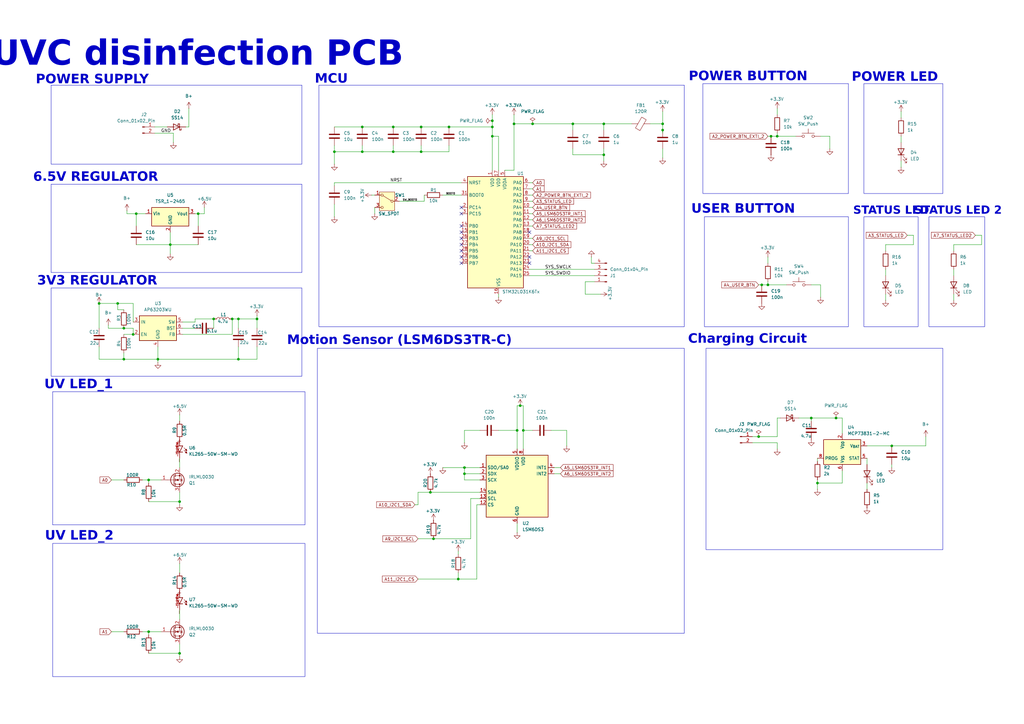
<source format=kicad_sch>
(kicad_sch (version 20231120) (generator "eeschema") (generator_version "8.0")
  (paper "A3")
  (title_block (title "UVC disinfection PCB") (date "2025-02-17") (rev "0.1") (company "XO"))
  (junction (at 87.63 130.81))
  (junction (at 316.23 55.88))
  (junction (at 73.66 267.97))
  (junction (at 311.15 179.07))
  (junction (at 271.78 53.34))
  (junction (at 210.82 50.8))
  (junction (at 342.9 171.45))
  (junction (at 314.96 116.84))
  (junction (at 335.28 198.12))
  (junction (at 40.64 124.46))
  (junction (at 190.5 191.77))
  (junction (at 54.61 137.16))
  (junction (at 176.53 201.93))
  (junction (at 184.15 52.07))
  (junction (at 97.79 130.81))
  (junction (at 64.77 147.32))
  (junction (at 172.72 62.23))
  (junction (at 50.8 134.62))
  (junction (at 190.5 194.31))
  (junction (at 214.63 176.53))
  (junction (at 161.29 52.07))
  (junction (at 332.74 171.45))
  (junction (at 201.93 55.88))
  (junction (at 137.16 62.23))
  (junction (at 73.66 205.74))
  (junction (at 81.28 87.63))
  (junction (at 148.59 62.23))
  (junction (at 97.79 147.32))
  (junction (at 172.72 52.07))
  (junction (at 247.65 63.5))
  (junction (at 201.93 52.07))
  (junction (at 50.8 147.32))
  (junction (at 48.26 124.46))
  (junction (at 105.41 130.81))
  (junction (at 365.76 182.88))
  (junction (at 201.93 49.53))
  (junction (at 177.8 220.98))
  (junction (at 187.96 237.49))
  (junction (at 212.09 176.53))
  (junction (at 69.85 100.33))
  (junction (at 161.29 62.23))
  (junction (at 60.96 259.08))
  (junction (at 60.96 196.85))
  (junction (at 95.25 130.81))
  (junction (at 148.59 52.07))
  (junction (at 234.95 50.8))
  (junction (at 318.77 55.88))
  (junction (at 247.65 50.8))
  (junction (at 271.78 50.8))
  (junction (at 55.88 87.63))
  (junction (at 312.42 116.84))
  (junction (at 213.36 166.37))
  (junction (at 218.44 50.8))
  (no_connect (at 189.23 100.33))
  (no_connect (at 217.17 105.41))
  (no_connect (at 189.23 87.63))
  (no_connect (at 189.23 105.41))
  (no_connect (at 189.23 92.71))
  (no_connect (at 217.17 107.95))
  (no_connect (at 189.23 95.25))
  (no_connect (at 189.23 85.09))
  (no_connect (at 189.23 107.95))
  (no_connect (at 217.17 95.25))
  (no_connect (at 189.23 97.79))
  (no_connect (at 189.23 102.87))
  (wire (pts (xy 212.09 184.15) (xy 212.09 176.53)))
  (wire (pts (xy 214.63 166.37) (xy 214.63 176.53)))
  (wire (pts (xy 105.41 130.81) (xy 105.41 129.54)))
  (wire (pts (xy 187.96 226.06) (xy 187.96 227.33)))
  (wire (pts (xy 193.04 204.47) (xy 193.04 220.98)))
  (wire (pts (xy 271.78 53.34) (xy 271.78 50.8)))
  (wire (pts (xy 73.66 267.97) (xy 73.66 269.24)))
  (wire (pts (xy 391.16 110.49) (xy 391.16 113.03)))
  (wire (pts (xy 195.58 207.01) (xy 196.85 207.01)))
  (wire (pts (xy 311.15 116.84) (xy 312.42 116.84)))
  (wire (pts (xy 217.17 100.33) (xy 218.44 100.33)))
  (wire (pts (xy 44.45 133.35) (xy 44.45 134.62)))
  (wire (pts (xy 48.26 124.46) (xy 48.26 127)))
  (wire (pts (xy 210.82 69.85) (xy 210.82 50.8)))
  (wire (pts (xy 171.45 207.01) (xy 171.45 201.93)))
  (wire (pts (xy 69.85 100.33) (xy 81.28 100.33)))
  (wire (pts (xy 69.85 95.25) (xy 69.85 100.33)))
  (wire (pts (xy 80.01 130.81) (xy 87.63 130.81)))
  (wire (pts (xy 52.07 87.63) (xy 52.07 86.36)))
  (wire (pts (xy 148.59 52.07) (xy 161.29 52.07)))
  (wire (pts (xy 50.8 137.16) (xy 54.61 137.16)))
  (wire (pts (xy 64.77 147.32) (xy 97.79 147.32)))
  (wire (pts (xy 391.16 100.33) (xy 402.59 100.33)))
  (wire (pts (xy 187.96 237.49) (xy 195.58 237.49)))
  (wire (pts (xy 59.69 87.63) (xy 55.88 87.63)))
  (wire (pts (xy 44.45 134.62) (xy 50.8 134.62)))
  (wire (pts (xy 73.66 170.18) (xy 73.66 172.72)))
  (wire (pts (xy 137.16 62.23) (xy 137.16 67.31)))
  (wire (pts (xy 95.25 130.81) (xy 97.79 130.81)))
  (wire (pts (xy 332.74 116.84) (xy 336.55 116.84)))
  (wire (pts (xy 314.96 116.84) (xy 322.58 116.84)))
  (wire (pts (xy 81.28 87.63) (xy 81.28 92.71)))
  (wire (pts (xy 64.77 142.24) (xy 64.77 147.32)))
  (wire (pts (xy 193.04 220.98) (xy 177.8 220.98)))
  (wire (pts (xy 137.16 59.69) (xy 137.16 62.23)))
  (wire (pts (xy 163.83 82.55) (xy 173.99 82.55)))
  (wire (pts (xy 181.61 80.01) (xy 189.23 80.01)))
  (wire (pts (xy 50.8 144.78) (xy 50.8 147.32)))
  (wire (pts (xy 161.29 59.69) (xy 161.29 62.23)))
  (wire (pts (xy 63.5 54.61) (xy 71.12 54.61)))
  (wire (pts (xy 363.22 100.33) (xy 363.22 102.87)))
  (wire (pts (xy 217.17 110.49) (xy 243.84 110.49)))
  (wire (pts (xy 207.01 69.85) (xy 210.82 69.85)))
  (wire (pts (xy 374.65 96.52) (xy 374.65 100.33)))
  (wire (pts (xy 172.72 62.23) (xy 161.29 62.23)))
  (wire (pts (xy 60.96 260.35) (xy 60.96 259.08)))
  (wire (pts (xy 40.64 142.24) (xy 40.64 147.32)))
  (wire (pts (xy 171.45 220.98) (xy 177.8 220.98)))
  (wire (pts (xy 369.57 45.72) (xy 369.57 48.26)))
  (wire (pts (xy 83.82 85.09) (xy 83.82 87.63)))
  (wire (pts (xy 308.61 179.07) (xy 311.15 179.07)))
  (wire (pts (xy 181.61 191.77) (xy 190.5 191.77)))
  (wire (pts (xy 212.09 176.53) (xy 204.47 176.53)))
  (wire (pts (xy 74.93 132.08) (xy 80.01 132.08)))
  (wire (pts (xy 40.64 124.46) (xy 40.64 134.62)))
  (wire (pts (xy 213.36 166.37) (xy 212.09 166.37)))
  (wire (pts (xy 87.63 130.81) (xy 87.63 134.62)))
  (wire (pts (xy 246.38 120.65) (xy 240.03 120.65)))
  (wire (pts (xy 243.84 107.95) (xy 242.57 107.95)))
  (wire (pts (xy 40.64 124.46) (xy 48.26 124.46)))
  (wire (pts (xy 379.73 179.07) (xy 379.73 182.88)))
  (wire (pts (xy 355.6 182.88) (xy 365.76 182.88)))
  (wire (pts (xy 308.61 181.61) (xy 318.77 181.61)))
  (wire (pts (xy 48.26 124.46) (xy 54.61 124.46)))
  (wire (pts (xy 153.67 85.09) (xy 153.67 87.63)))
  (wire (pts (xy 201.93 49.53) (xy 201.93 52.07)))
  (wire (pts (xy 271.78 60.96) (xy 271.78 64.77)))
  (wire (pts (xy 217.17 87.63) (xy 218.44 87.63)))
  (wire (pts (xy 218.44 50.8) (xy 234.95 50.8)))
  (wire (pts (xy 196.85 196.85) (xy 190.5 196.85)))
  (wire (pts (xy 73.66 250.19) (xy 73.66 254)))
  (wire (pts (xy 190.5 191.77) (xy 196.85 191.77)))
  (wire (pts (xy 271.78 50.8) (xy 266.7 50.8)))
  (wire (pts (xy 379.73 182.88) (xy 365.76 182.88)))
  (wire (pts (xy 363.22 120.65) (xy 363.22 123.19)))
  (wire (pts (xy 234.95 63.5) (xy 247.65 63.5)))
  (wire (pts (xy 355.6 198.12) (xy 355.6 200.66)))
  (wire (pts (xy 391.16 100.33) (xy 391.16 102.87)))
  (wire (pts (xy 340.36 55.88) (xy 340.36 60.96)))
  (wire (pts (xy 60.96 196.85) (xy 66.04 196.85)))
  (wire (pts (xy 71.12 54.61) (xy 71.12 58.42)))
  (wire (pts (xy 402.59 96.52) (xy 402.59 100.33)))
  (wire (pts (xy 171.45 201.93) (xy 176.53 201.93)))
  (wire (pts (xy 54.61 124.46) (xy 54.61 132.08)))
  (wire (pts (xy 195.58 237.49) (xy 195.58 207.01)))
  (wire (pts (xy 332.74 171.45) (xy 342.9 171.45)))
  (wire (pts (xy 217.17 102.87) (xy 218.44 102.87)))
  (wire (pts (xy 314.96 115.57) (xy 314.96 116.84)))
  (wire (pts (xy 190.5 196.85) (xy 190.5 194.31)))
  (wire (pts (xy 335.28 189.23) (xy 335.28 187.96)))
  (wire (pts (xy 73.66 201.93) (xy 73.66 205.74)))
  (wire (pts (xy 45.72 259.08) (xy 50.8 259.08)))
  (wire (pts (xy 74.93 137.16) (xy 95.25 137.16)))
  (wire (pts (xy 73.66 187.96) (xy 73.66 191.77)))
  (wire (pts (xy 201.93 46.99) (xy 201.93 49.53)))
  (wire (pts (xy 153.67 80.01) (xy 152.4 80.01)))
  (wire (pts (xy 234.95 60.96) (xy 234.95 63.5)))
  (wire (pts (xy 148.59 62.23) (xy 137.16 62.23)))
  (wire (pts (xy 355.6 187.96) (xy 355.6 190.5)))
  (wire (pts (xy 218.44 80.01) (xy 217.17 80.01)))
  (wire (pts (xy 318.77 44.45) (xy 318.77 46.99)))
  (wire (pts (xy 176.53 201.93) (xy 196.85 201.93)))
  (wire (pts (xy 105.41 142.24) (xy 105.41 147.32)))
  (wire (pts (xy 54.61 137.16) (xy 54.61 134.62)))
  (wire (pts (xy 95.25 137.16) (xy 95.25 130.81)))
  (wire (pts (xy 332.74 171.45) (xy 332.74 172.72)))
  (wire (pts (xy 201.93 55.88) (xy 201.93 69.85)))
  (wire (pts (xy 172.72 59.69) (xy 172.72 62.23)))
  (wire (pts (xy 196.85 176.53) (xy 190.5 176.53)))
  (wire (pts (xy 218.44 85.09) (xy 217.17 85.09)))
  (wire (pts (xy 63.5 52.07) (xy 68.58 52.07)))
  (wire (pts (xy 148.59 59.69) (xy 148.59 62.23)))
  (wire (pts (xy 217.17 113.03) (xy 243.84 113.03)))
  (wire (pts (xy 73.66 264.16) (xy 73.66 267.97)))
  (wire (pts (xy 218.44 74.93) (xy 217.17 74.93)))
  (wire (pts (xy 137.16 52.07) (xy 148.59 52.07)))
  (wire (pts (xy 172.72 52.07) (xy 184.15 52.07)))
  (wire (pts (xy 314.96 105.41) (xy 314.96 107.95)))
  (wire (pts (xy 342.9 171.45) (xy 345.44 171.45)))
  (wire (pts (xy 336.55 116.84) (xy 336.55 121.92)))
  (wire (pts (xy 73.66 205.74) (xy 73.66 207.01)))
  (wire (pts (xy 240.03 115.57) (xy 243.84 115.57)))
  (wire (pts (xy 210.82 50.8) (xy 218.44 50.8)))
  (wire (pts (xy 190.5 176.53) (xy 190.5 181.61)))
  (wire (pts (xy 81.28 87.63) (xy 80.01 87.63)))
  (wire (pts (xy 345.44 171.45) (xy 345.44 177.8)))
  (wire (pts (xy 60.96 267.97) (xy 73.66 267.97)))
  (wire (pts (xy 204.47 120.65) (xy 204.47 121.92)))
  (wire (pts (xy 240.03 120.65) (xy 240.03 115.57)))
  (wire (pts (xy 105.41 147.32) (xy 97.79 147.32)))
  (wire (pts (xy 50.8 127) (xy 48.26 127)))
  (wire (pts (xy 204.47 69.85) (xy 204.47 55.88)))
  (wire (pts (xy 345.44 198.12) (xy 345.44 193.04)))
  (wire (pts (xy 374.65 96.52) (xy 372.11 96.52)))
  (wire (pts (xy 97.79 142.24) (xy 97.79 147.32)))
  (wire (pts (xy 173.99 82.55) (xy 173.99 80.01)))
  (wire (pts (xy 201.93 52.07) (xy 201.93 55.88)))
  (wire (pts (xy 184.15 52.07) (xy 201.93 52.07)))
  (wire (pts (xy 184.15 59.69) (xy 184.15 62.23)))
  (wire (pts (xy 73.66 234.95) (xy 73.66 231.14)))
  (wire (pts (xy 97.79 130.81) (xy 105.41 130.81)))
  (wire (pts (xy 335.28 198.12) (xy 335.28 196.85)))
  (wire (pts (xy 363.22 100.33) (xy 374.65 100.33)))
  (wire (pts (xy 74.93 134.62) (xy 80.01 134.62)))
  (wire (pts (xy 184.15 62.23) (xy 172.72 62.23)))
  (wire (pts (xy 227.33 191.77) (xy 229.87 191.77)))
  (wire (pts (xy 316.23 55.88) (xy 318.77 55.88)))
  (wire (pts (xy 137.16 83.82) (xy 137.16 88.9)))
  (wire (pts (xy 55.88 87.63) (xy 52.07 87.63)))
  (wire (pts (xy 318.77 55.88) (xy 326.39 55.88)))
  (wire (pts (xy 227.33 194.31) (xy 229.87 194.31)))
  (wire (pts (xy 161.29 62.23) (xy 148.59 62.23)))
  (wire (pts (xy 64.77 147.32) (xy 64.77 148.59)))
  (wire (pts (xy 55.88 100.33) (xy 69.85 100.33)))
  (wire (pts (xy 212.09 166.37) (xy 212.09 176.53)))
  (wire (pts (xy 365.76 190.5) (xy 365.76 191.77)))
  (wire (pts (xy 210.82 50.8) (xy 210.82 46.99)))
  (wire (pts (xy 60.96 205.74) (xy 73.66 205.74)))
  (wire (pts (xy 318.77 54.61) (xy 318.77 55.88)))
  (wire (pts (xy 45.72 196.85) (xy 50.8 196.85)))
  (wire (pts (xy 369.57 66.04) (xy 369.57 68.58)))
  (wire (pts (xy 187.96 234.95) (xy 187.96 237.49)))
  (wire (pts (xy 242.57 107.95) (xy 242.57 105.41)))
  (wire (pts (xy 217.17 92.71) (xy 218.44 92.71)))
  (wire (pts (xy 77.47 44.45) (xy 77.47 52.07)))
  (wire (pts (xy 97.79 130.81) (xy 97.79 134.62)))
  (wire (pts (xy 204.47 55.88) (xy 201.93 55.88)))
  (wire (pts (xy 363.22 110.49) (xy 363.22 113.03)))
  (wire (pts (xy 402.59 96.52) (xy 400.05 96.52)))
  (wire (pts (xy 234.95 53.34) (xy 234.95 50.8)))
  (wire (pts (xy 214.63 176.53) (xy 218.44 176.53)))
  (wire (pts (xy 247.65 53.34) (xy 247.65 50.8)))
  (wire (pts (xy 40.64 147.32) (xy 50.8 147.32)))
  (wire (pts (xy 234.95 50.8) (xy 247.65 50.8)))
  (wire (pts (xy 214.63 176.53) (xy 214.63 184.15)))
  (wire (pts (xy 217.17 90.17) (xy 218.44 90.17)))
  (wire (pts (xy 232.41 176.53) (xy 232.41 182.88)))
  (wire (pts (xy 196.85 194.31) (xy 190.5 194.31)))
  (wire (pts (xy 312.42 116.84) (xy 314.96 116.84)))
  (wire (pts (xy 190.5 194.31) (xy 190.5 191.77)))
  (wire (pts (xy 271.78 54.61) (xy 271.78 53.34)))
  (wire (pts (xy 171.45 237.49) (xy 187.96 237.49)))
  (wire (pts (xy 345.44 198.12) (xy 335.28 198.12)))
  (wire (pts (xy 137.16 74.93) (xy 137.16 76.2)))
  (wire (pts (xy 218.44 77.47) (xy 217.17 77.47)))
  (wire (pts (xy 58.42 196.85) (xy 60.96 196.85)))
  (wire (pts (xy 318.77 171.45) (xy 320.04 171.45)))
  (wire (pts (xy 55.88 87.63) (xy 55.88 92.71)))
  (wire (pts (xy 69.85 100.33) (xy 69.85 104.14)))
  (wire (pts (xy 105.41 130.81) (xy 105.41 134.62)))
  (wire (pts (xy 311.15 179.07) (xy 318.77 179.07)))
  (wire (pts (xy 80.01 132.08) (xy 80.01 130.81)))
  (wire (pts (xy 83.82 87.63) (xy 81.28 87.63)))
  (wire (pts (xy 137.16 74.93) (xy 189.23 74.93)))
  (wire (pts (xy 247.65 60.96) (xy 247.65 63.5)))
  (wire (pts (xy 318.77 184.15) (xy 318.77 181.61)))
  (wire (pts (xy 318.77 179.07) (xy 318.77 171.45)))
  (wire (pts (xy 214.63 166.37) (xy 213.36 166.37)))
  (wire (pts (xy 335.28 198.12) (xy 335.28 200.66)))
  (wire (pts (xy 196.85 204.47) (xy 193.04 204.47)))
  (wire (pts (xy 271.78 45.72) (xy 271.78 50.8)))
  (wire (pts (xy 76.2 52.07) (xy 77.47 52.07)))
  (wire (pts (xy 60.96 259.08) (xy 66.04 259.08)))
  (wire (pts (xy 232.41 176.53) (xy 226.06 176.53)))
  (wire (pts (xy 247.65 63.5) (xy 247.65 66.04)))
  (wire (pts (xy 391.16 120.65) (xy 391.16 123.19)))
  (wire (pts (xy 58.42 259.08) (xy 60.96 259.08)))
  (wire (pts (xy 247.65 50.8) (xy 259.08 50.8)))
  (wire (pts (xy 369.57 55.88) (xy 369.57 58.42)))
  (wire (pts (xy 60.96 198.12) (xy 60.96 196.85)))
  (wire (pts (xy 50.8 147.32) (xy 64.77 147.32)))
  (wire (pts (xy 327.66 171.45) (xy 332.74 171.45)))
  (wire (pts (xy 212.09 214.63) (xy 212.09 218.44)))
  (wire (pts (xy 217.17 97.79) (xy 218.44 97.79)))
  (wire (pts (xy 218.44 82.55) (xy 217.17 82.55)))
  (wire (pts (xy 314.96 55.88) (xy 316.23 55.88)))
  (wire (pts (xy 336.55 55.88) (xy 340.36 55.88)))
  (wire (pts (xy 161.29 52.07) (xy 172.72 52.07)))
  (wire (pts (xy 170.18 207.01) (xy 171.45 207.01)))
  (wire (pts (xy 54.61 134.62) (xy 50.8 134.62)))
  (rectangle (start 20.955 75.565) (end 123.825 111.76))
  (rectangle (start 130.81 34.925) (end 280.67 133.985))
  (rectangle (start 20.955 118.11) (end 123.825 154.305))
  (rectangle (start 288.29 34.29) (end 347.98 79.375))
  (rectangle (start 354.33 34.29) (end 386.715 79.375))
  (rectangle (start 21.59 160.655) (end 125.095 215.265))
  (rectangle (start 130.175 142.875) (end 280.67 259.715))
  (rectangle (start 381 88.9) (end 403.86 133.985))
  (rectangle (start 20.955 34.925) (end 123.825 67.31))
  (rectangle (start 289.56 142.875) (end 386.715 225.425))
  (rectangle (start 354.33 88.9) (end 376.555 133.985))
  (rectangle (start 21.59 222.885) (end 125.095 277.495))
  (rectangle (start 288.925 88.9) (end 347.98 133.985))
  (text "POWER LED" (at 367.03 32.766 0) (effects (font (size 3.81 3.81) (thickness 0.508) (bold yes))))
  (text "MCU" (at 135.89 33.528 0) (effects (font (size 3.81 3.81) (thickness 0.508) (bold yes))))
  (text "UV LED_1\n\n" (at 32.258 162.052 0) (effects (font (size 3.81 3.81) (thickness 0.508) (bold yes))))
  (text "UV LED_2\n\n\n" (at 32.512 227.33 0) (effects (font (size 3.81 3.81) (thickness 0.508) (bold yes))))
  (text "POWER SUPPLY" (at 37.846 33.782 0) (effects (font (size 3.81 3.81) (thickness 0.508) (bold yes))))
  (text "6.5V REGULATOR\n" (at 39.243 73.787 0) (effects (font (size 3.81 3.81) (thickness 0.508) (bold yes))))
  (text "USER BUTTON\n" (at 304.8 86.868 0) (effects (font (size 3.81 3.81) (thickness 0.508) (bold yes))))
  (text "POWER BUTTON\n" (at 306.832 32.512 0) (effects (font (size 3.81 3.81) (thickness 0.508) (bold yes))))
  (text "Charging Circuit" (at 306.578 140.208 0) (effects (font (size 3.81 3.81) (thickness 0.508) (bold yes))))
  (text "3V3 REGULATOR\n" (at 39.878 116.332 0) (effects (font (size 3.81 3.81) (thickness 0.508) (bold yes))))
  (text "Motion Sensor (LSM6DS3TR-C)" (at 163.83 140.716 0) (effects (font (size 3.81 3.81) (thickness 0.508) (bold yes))))
  (text "STATUS LED 2" (at 392.938 87.376 0) (effects (font (size 3.302 3.302) (thickness 0.508) (bold yes))))
  (text "UVC disinfection PCB" (at 81.026 25.146 0) (effects (font (size 10.16 10.16) (thickness 0.508) (bold yes))))
  (text "STATUS LED" (at 365.506 87.376 0) (effects (font (size 3.302 3.302) (thickness 0.508) (bold yes))))
  (label "SYS_SWDIO" (at 223.52 113.03 0))
  (label "GND" (at 66.04 54.61 0))
  (label "BOOT0" (at 182.88 80.01 0) (effects (font (size 0.762 0.762))))
  (label "SW_BOOT0" (at 165.1 82.55 0) (effects (font (size 0.762 0.762))))
  (label "SYS_SWCLK" (at 223.52 110.49 0))
  (label "NRST" (at 160.02 74.93 0))
  (global_label "A9_I2C1_SCL" (shape input) (at 171.45 220.98 180) (property "Intersheetrefs" "${INTERSHEET_REFS}" (effects (hide yes))))
  (global_label "A6_LSM6DS3TR_INT2" (shape input) (at 218.44 90.17 0) (property "Intersheetrefs" "${INTERSHEET_REFS}" (effects (hide yes))))
  (global_label "A1" (shape input) (at 45.72 259.08 180) (property "Intersheetrefs" "${INTERSHEET_REFS}" (effects (hide yes))))
  (global_label "A6_LSM6DS3TR_INT2" (shape input) (at 229.87 194.31 0) (property "Intersheetrefs" "${INTERSHEET_REFS}" (effects (hide yes))))
  (global_label "A11_I2C1_CS" (shape input) (at 171.45 237.49 180) (property "Intersheetrefs" "${INTERSHEET_REFS}" (effects (hide yes))))
  (global_label "A1" (shape input) (at 218.44 77.47 0) (property "Intersheetrefs" "${INTERSHEET_REFS}" (effects (hide yes))))
  (global_label "A0" (shape input) (at 218.44 74.93 0) (property "Intersheetrefs" "${INTERSHEET_REFS}" (effects (hide yes))))
  (global_label "A2_POWER_BTN_EXTI_2" (shape input) (at 218.44 80.01 0) (property "Intersheetrefs" "${INTERSHEET_REFS}" (effects (hide yes))))
  (global_label "A10_I2C1_SDA" (shape input) (at 170.18 207.01 180) (property "Intersheetrefs" "${INTERSHEET_REFS}" (effects (hide yes))))
  (global_label "A4_USER_BTN" (shape input) (at 311.15 116.84 180) (property "Intersheetrefs" "${INTERSHEET_REFS}" (effects (hide yes))))
  (global_label "A9_I2C1_SCL" (shape input) (at 218.44 97.79 0) (property "Intersheetrefs" "${INTERSHEET_REFS}" (effects (hide yes))))
  (global_label "A2_POWER_BTN_EXTI_2" (shape input) (at 314.96 55.88 180) (property "Intersheetrefs" "${INTERSHEET_REFS}" (effects (hide yes))))
  (global_label "A7_STATUS_LED2" (shape input) (at 218.44 92.71 0) (property "Intersheetrefs" "${INTERSHEET_REFS}" (effects (hide yes))))
  (global_label "A0" (shape input) (at 45.72 196.85 180) (property "Intersheetrefs" "${INTERSHEET_REFS}" (effects (hide yes))))
  (global_label "A3_STATUS_LED" (shape input) (at 218.44 82.55 0) (property "Intersheetrefs" "${INTERSHEET_REFS}" (effects (hide yes))))
  (global_label "A5_LSM6DS3TR_INT1" (shape input) (at 229.87 191.77 0) (property "Intersheetrefs" "${INTERSHEET_REFS}" (effects (hide yes))))
  (global_label "A7_STATUS_LED2" (shape input) (at 400.05 96.52 180) (property "Intersheetrefs" "${INTERSHEET_REFS}" (effects (hide yes))))
  (global_label "A4_USER_BTN" (shape input) (at 218.44 85.09 0) (property "Intersheetrefs" "${INTERSHEET_REFS}" (effects (hide yes))))
  (global_label "A5_LSM6DS3TR_INT1" (shape input) (at 218.44 87.63 0) (property "Intersheetrefs" "${INTERSHEET_REFS}" (effects (hide yes))))
  (global_label "A11_I2C1_CS" (shape input) (at 218.44 102.87 0) (property "Intersheetrefs" "${INTERSHEET_REFS}" (effects (hide yes))))
  (global_label "A3_STATUS_LED" (shape input) (at 372.11 96.52 180) (property "Intersheetrefs" "${INTERSHEET_REFS}" (effects (hide yes))))
  (global_label "A10_I2C1_SDA" (shape input) (at 218.44 100.33 0) (property "Intersheetrefs" "${INTERSHEET_REFS}" (effects (hide yes))))
  (symbol (lib_id "Device:FerriteBead") (at 262.89 50.8 90) (unit 1)
    (property "Reference" "FB1" (at 262.8392 43.18 90))
    (property "Value" "120R" (at 262.8392 45.72 90))
    (property "Footprint" "Inductor_SMD:L_0603_1608Metric" (effects (hide yes)))
    (property "Description" "Ferrite bead" (effects (hide yes)))
  )
  (symbol (lib_id "power:+3.3V") (at 201.93 46.99 0) (unit 1)
    (property "Reference" "#PWR02" (effects (hide yes)))
    (property "Value" "+3.3V" (at 201.676 43.18 0))
    (property "Description" "Power symbol creates a global label with name \"+3.3V\"" (effects (hide yes)))
  )
  (symbol (lib_id "power:PWR_FLAG") (at 342.9 171.45 0) (unit 1)
    (property "Reference" "#FLG02" (effects (hide yes)))
    (property "Value" "PWR_FLAG" (at 342.9 166.37 0))
    (property "Description" "Special symbol for telling ERC where power comes from" (effects (hide yes)))
  )
  (symbol (lib_id "Device:C") (at 316.23 59.69 0) (unit 1)
    (property "Reference" "C18" (at 320.04 58.4199 0) (effects (justify left)))
    (property "Value" "100n" (at 320.04 60.9599 0) (effects (justify left)))
    (property "Footprint" "Capacitor_SMD:C_0402_1005Metric" (effects (hide yes)))
    (property "Description" "Unpolarized capacitor" (effects (hide yes)))
  )
  (symbol (lib_id "power:+3.3V") (at 246.38 120.65 270) (unit 1)
    (property "Reference" "#PWR011" (effects (hide yes)))
    (property "Value" "+3.3V" (at 250.19 120.396 0))
    (property "Description" "Power symbol creates a global label with name \"+3.3V\"" (effects (hide yes)))
  )
  (symbol (lib_id "power:GND") (at 190.5 181.61 0) (unit 1)
    (property "Reference" "#PWR036" (effects (hide yes)))
    (property "Value" "GND" (effects (hide yes)))
    (property "Description" "Power symbol creates a global label with name \"GND\" , ground" (effects (hide yes)))
  )
  (symbol (lib_id "power:+3.3V") (at 314.96 105.41 0) (unit 1)
    (property "Reference" "#PWR027" (effects (hide yes)))
    (property "Value" "+3.3V" (at 314.706 101.6 0))
    (property "Description" "Power symbol creates a global label with name \"+3.3V\"" (effects (hide yes)))
  )
  (symbol (lib_id "power:VBUS") (at 83.82 85.09 0) (unit 1)
    (property "Reference" "#PWR049" (effects (hide yes)))
    (property "Value" "+6.5V" (at 83.82 81.534 0))
    (property "Description" "Power symbol creates a global label with name \"VBUS\"" (effects (hide yes)))
  )
  (symbol (lib_id "Device:C") (at 137.16 55.88 0) (unit 1)
    (property "Reference" "C5" (at 140.97 54.6099 0) (effects (justify left)))
    (property "Value" "10u" (at 140.97 57.1499 0) (effects (justify left)))
    (property "Footprint" "Capacitor_SMD:C_0603_1608Metric" (effects (hide yes)))
    (property "Description" "Unpolarized capacitor" (effects (hide yes)))
  )
  (symbol (lib_id "Device:LED") (at 355.6 194.31 90) (unit 1)
    (property "Reference" "D6" (at 359.41 194.6274 90) (effects (justify right)))
    (property "Value" "LED" (at 359.41 197.1674 90) (effects (justify right)))
    (property "Footprint" "LED_SMD:LED_0402_1005Metric" (effects (hide yes)))
    (property "Description" "Light emitting diode" (effects (hide yes)))
  )
  (symbol (lib_id "Device:C") (at 222.25 176.53 90) (unit 1)
    (property "Reference" "C21" (at 222.25 168.91 90))
    (property "Value" "100n" (at 222.25 171.45 90))
    (property "Footprint" "Capacitor_SMD:C_0402_1005Metric" (effects (hide yes)))
    (property "Description" "Unpolarized capacitor" (effects (hide yes)))
  )
  (symbol (lib_id "power:VBUS") (at 77.47 44.45 0) (unit 1)
    (property "Reference" "#PWR016" (effects (hide yes)))
    (property "Value" "B+" (at 77.47 39.37 0))
    (property "Description" "Power symbol creates a global label with name \"VBUS\"" (effects (hide yes)))
  )
  (symbol (lib_id "Device:C") (at 247.65 57.15 0) (unit 1)
    (property "Reference" "C6" (at 251.46 55.8799 0) (effects (justify left)))
    (property "Value" "1u" (at 251.46 58.4199 0) (effects (justify left)))
    (property "Footprint" "Capacitor_SMD:C_0402_1005Metric" (effects (hide yes)))
    (property "Description" "Unpolarized capacitor" (effects (hide yes)))
  )
  (symbol (lib_id "Device:C") (at 200.66 176.53 90) (unit 1)
    (property "Reference" "C20" (at 200.66 168.91 90))
    (property "Value" "100n" (at 200.66 171.45 90))
    (property "Footprint" "Capacitor_SMD:C_0402_1005Metric" (effects (hide yes)))
    (property "Description" "Unpolarized capacitor" (effects (hide yes)))
  )
  (symbol (lib_id "power:+3.3V") (at 213.36 166.37 0) (unit 1)
    (property "Reference" "#PWR038" (effects (hide yes)))
    (property "Value" "+3.3V" (at 213.106 162.56 0))
    (property "Description" "Power symbol creates a global label with name \"+3.3V\"" (effects (hide yes)))
  )
  (symbol (lib_id "power:VBUS") (at 40.64 124.46 0) (unit 1)
    (property "Reference" "#PWR018" (effects (hide yes)))
    (property "Value" "B+" (at 40.64 120.904 0))
    (property "Description" "Power symbol creates a global label with name \"VBUS\"" (effects (hide yes)))
  )
  (symbol (lib_id "power:GND") (at 363.22 123.19 0) (unit 1)
    (property "Reference" "#PWR033" (effects (hide yes)))
    (property "Value" "GND" (effects (hide yes)))
    (property "Description" "Power symbol creates a global label with name \"GND\" , ground" (effects (hide yes)))
  )
  (symbol (lib_id "Device:LED") (at 391.16 116.84 90) (unit 1)
    (property "Reference" "D8" (at 394.97 117.1574 90) (effects (justify right)))
    (property "Value" "LED" (at 394.97 119.6974 90) (effects (justify right)))
    (property "Footprint" "LED_SMD:LED_0603_1608Metric" (effects (hide yes)))
    (property "Description" "Light emitting diode" (effects (hide yes)))
  )
  (symbol (lib_id "power:VBUS") (at 44.45 133.35 0) (unit 1)
    (property "Reference" "#PWR021" (effects (hide yes)))
    (property "Value" "B+" (at 44.45 128.27 0))
    (property "Description" "Power symbol creates a global label with name \"VBUS\"" (effects (hide yes)))
  )
  (symbol (lib_id "power:GND") (at 242.57 105.41 180) (unit 1)
    (property "Reference" "#PWR012" (effects (hide yes)))
    (property "Value" "GND" (effects (hide yes)))
    (property "Description" "Power symbol creates a global label with name \"GND\" , ground" (effects (hide yes)))
  )
  (symbol (lib_id "power:+3.3V") (at 176.53 194.31 0) (unit 1)
    (property "Reference" "#PWR043" (effects (hide yes)))
    (property "Value" "+3.3V" (at 176.276 190.5 0))
    (property "Description" "Power symbol creates a global label with name \"+3.3V\"" (effects (hide yes)))
  )
  (symbol (lib_id "power:VBUS") (at 73.66 231.14 0) (unit 1)
    (property "Reference" "#PWR014" (effects (hide yes)))
    (property "Value" "+6.5V" (at 73.66 227.584 0))
    (property "Description" "Power symbol creates a global label with name \"VBUS\"" (effects (hide yes)))
  )
  (symbol (lib_id "Device:R") (at 54.61 196.85 90) (unit 1)
    (property "Reference" "R10" (at 55.88 198.882 90) (effects (justify left)))
    (property "Value" "100R" (at 56.896 194.818 90) (effects (justify left)))
    (property "Footprint" "Resistor_SMD:R_0603_1608Metric" (effects (hide yes)))
    (property "Description" "Resistor" (effects (hide yes)))
  )
  (symbol (lib_id "Device:C") (at 271.78 57.15 0) (unit 1)
    (property "Reference" "C8" (at 275.59 55.8799 0) (effects (justify left)))
    (property "Value" "1u" (at 275.59 58.4199 0) (effects (justify left)))
    (property "Footprint" "Capacitor_SMD:C_0402_1005Metric" (effects (hide yes)))
    (property "Description" "Unpolarized capacitor" (effects (hide yes)))
  )
  (symbol (lib_id "Device:C") (at 83.82 134.62 90) (unit 1)
    (property "Reference" "C13" (at 80.772 133.858 90))
    (property "Value" "0.1u" (at 86.868 135.636 90))
    (property "Footprint" "Capacitor_SMD:C_0603_1608Metric" (effects (hide yes)))
    (property "Description" "Unpolarized capacitor" (effects (hide yes)))
  )
  (symbol (lib_id "power:GND") (at 73.66 269.24 0) (unit 1)
    (property "Reference" "#PWR029" (effects (hide yes)))
    (property "Value" "GND" (effects (hide yes)))
    (property "Description" "Power symbol creates a global label with name \"GND\" , ground" (effects (hide yes)))
  )
  (symbol (lib_id "Device:R") (at 335.28 193.04 0) (unit 1)
    (property "Reference" "R2" (at 337.82 191.7699 0) (effects (justify left)))
    (property "Value" "2k" (at 337.82 194.3099 0) (effects (justify left)))
    (property "Footprint" "Resistor_SMD:R_0402_1005Metric" (effects (hide yes)))
    (property "Description" "Resistor" (effects (hide yes)))
  )
  (symbol (lib_id "power:VBUS") (at 379.73 179.07 0) (unit 1)
    (property "Reference" "#PWR028" (effects (hide yes)))
    (property "Value" "B+" (at 379.73 173.99 0))
    (property "Description" "Power symbol creates a global label with name \"VBUS\"" (effects (hide yes)))
  )
  (symbol (lib_id "Device:C") (at 365.76 186.69 0) (unit 1)
    (property "Reference" "C10" (at 369.57 185.4199 0) (effects (justify left)))
    (property "Value" "10µ" (at 369.57 187.9599 0) (effects (justify left)))
    (property "Footprint" "Capacitor_SMD:C_0402_1005Metric" (effects (hide yes)))
    (property "Description" "Unpolarized capacitor" (effects (hide yes)))
  )
  (symbol (lib_id "power:+3.3V") (at 177.8 213.36 0) (unit 1)
    (property "Reference" "#PWR042" (effects (hide yes)))
    (property "Value" "+3.3V" (at 177.546 209.55 0))
    (property "Description" "Power symbol creates a global label with name \"+3.3V\"" (effects (hide yes)))
  )
  (symbol (lib_id "power:GND") (at 247.65 66.04 0) (unit 1)
    (property "Reference" "#PWR05" (effects (hide yes)))
    (property "Value" "GND" (effects (hide yes)))
    (property "Description" "Power symbol creates a global label with name \"GND\" , ground" (effects (hide yes)))
  )
  (symbol (lib_id "Diode:SS14") (at 72.39 52.07 180) (unit 1)
    (property "Reference" "D2" (at 72.7075 45.72 0))
    (property "Value" "SS14" (at 72.7075 48.26 0))
    (property "Footprint" "Diode_SMD:D_SMA" (effects (hide yes)))
    (property "Datasheet" "https://www.vishay.com/docs/88746/ss12.pdf" (effects (hide yes)))
    (property "Description" "40V 1A Schottky Diode, SMA" (effects (hide yes)))
  )
  (symbol (lib_id "Device:C") (at 184.15 55.88 0) (unit 1)
    (property "Reference" "C1" (at 187.96 54.6099 0) (effects (justify left)))
    (property "Value" "100n" (at 187.96 57.1499 0) (effects (justify left)))
    (property "Footprint" "Capacitor_SMD:C_0402_1005Metric" (effects (hide yes)))
    (property "Description" "Unpolarized capacitor" (effects (hide yes)))
  )
  (symbol (lib_id "UVCLED:KL265-50W-SM-WD") (at 73.66 245.11 270) (unit 1)
    (property "Reference" "U7" (at 77.47 245.9134 90) (effects (justify left)))
    (property "Value" "KL265-50W-SM-WD" (at 77.47 248.4534 90) (effects (justify left)))
    (property "Footprint" "UVCLibrary:3535" (effects (hide yes)))
    (property "MF" "Crystal IS Inc." (effects (hide yes)))
    (property "Description_1" "\n                        \n                            80mW, 265nm, high power UVC LED\n                        \n" (effects (hide yes)))
    (property "Package" "None" (effects (hide yes)))
    (property "Price" "None" (effects (hide yes)))
    (property "SnapEDA_Link" "https://www.snapeda.com/parts/KL265-50W-SM-WD/Crystal+Clear+Technology/view-part/?ref=snap" (effects (hide yes)))
    (property "MP" "KL265-50W-SM-WD" (effects (hide yes)))
    (property "Availability" "In Stock" (effects (hide yes)))
    (property "Check_prices" "https://www.snapeda.com/parts/KL265-50W-SM-WD/Crystal+Clear+Technology/view-part/?ref=eda" (effects (hide yes)))
  )
  (symbol (lib_id "Battery_Management:MCP73831-2-MC") (at 345.44 185.42 0) (unit 1)
    (property "Reference" "U4" (at 347.6341 175.26 0) (effects (justify left)))
    (property "Value" "MCP73831-2-MC" (at 347.6341 177.8 0) (effects (justify left)))
    (property "Footprint" "Package_TO_SOT_SMD:SOT-23-8" (effects (hide yes)))
    (property "Datasheet" "http://ww1.microchip.com/downloads/en/DeviceDoc/20001984g.pdf" (effects (hide yes)))
    (property "Description" "Single cell, Li-Ion/Li-Po charge management controller, 4.20V, Tri-State Status Output, in DFN-8 package" (effects (hide yes)))
  )
  (symbol (lib_id "power:GND") (at 71.12 58.42 0) (unit 1)
    (property "Reference" "#PWR017" (effects (hide yes)))
    (property "Value" "GND" (effects (hide yes)))
    (property "Description" "Power symbol creates a global label with name \"GND\" , ground" (effects (hide yes)))
  )
  (symbol (lib_id "power:+3.3V") (at 105.41 129.54 0) (unit 1)
    (property "Reference" "#PWR020" (effects (hide yes)))
    (property "Value" "+3.3V" (at 105.156 125.73 0))
    (property "Description" "Power symbol creates a global label with name \"+3.3V\"" (effects (hide yes)))
  )
  (symbol (lib_id "Transistor_FET:IRLML0030") (at 71.12 259.08 0) (mirror x) (unit 1)
    (property "Reference" "Q2" (at 77.47 260.3501 0) (effects (justify left)))
    (property "Value" "IRLML0030" (at 77.47 257.8101 0) (effects (justify left)))
    (property "Footprint" "Package_TO_SOT_SMD:SOT-23" (effects (hide yes)))
    (property "Datasheet" "https://www.infineon.com/dgdl/irlml0030pbf.pdf?fileId=5546d462533600a401535664773825df" (effects (hide yes)))
    (property "Description" "5.3A Id, 30V Vds, 27mOhm Rds, N-Channel HEXFET Power MOSFET, SOT-23" (effects (hide yes)))
  )
  (symbol (lib_id "power:GND") (at 181.61 191.77 0) (unit 1)
    (property "Reference" "#PWR040" (effects (hide yes)))
    (property "Value" "GND" (effects (hide yes)))
    (property "Description" "Power symbol creates a global label with name \"GND\" , ground" (effects (hide yes)))
  )
  (symbol (lib_id "power:GND") (at 137.16 67.31 0) (unit 1)
    (property "Reference" "#PWR03" (effects (hide yes)))
    (property "Value" "GND" (effects (hide yes)))
    (property "Description" "Power symbol creates a global label with name \"GND\" , ground" (effects (hide yes)))
  )
  (symbol (lib_id "power:+3.3V") (at 318.77 44.45 0) (unit 1)
    (property "Reference" "#PWR025" (effects (hide yes)))
    (property "Value" "+3.3V" (at 318.516 40.64 0))
    (property "Description" "Power symbol creates a global label with name \"+3.3V\"" (effects (hide yes)))
  )
  (symbol (lib_id "power:GND") (at 335.28 200.66 0) (unit 1)
    (property "Reference" "#PWR015" (effects (hide yes)))
    (property "Value" "GND" (effects (hide yes)))
    (property "Description" "Power symbol creates a global label with name \"GND\" , ground" (effects (hide yes)))
  )
  (symbol (lib_id "power:GND") (at 153.67 87.63 0) (unit 1)
    (property "Reference" "#PWR09" (effects (hide yes)))
    (property "Value" "GND" (effects (hide yes)))
    (property "Description" "Power symbol creates a global label with name \"GND\" , ground" (effects (hide yes)))
  )
  (symbol (lib_id "Device:C") (at 161.29 55.88 0) (unit 1)
    (property "Reference" "C3" (at 165.1 54.6099 0) (effects (justify left)))
    (property "Value" "100n" (at 165.1 57.1499 0) (effects (justify left)))
    (property "Footprint" "Capacitor_SMD:C_0402_1005Metric" (effects (hide yes)))
    (property "Description" "Unpolarized capacitor" (effects (hide yes)))
  )
  (symbol (lib_id "Device:R") (at 50.8 130.81 0) (unit 1)
    (property "Reference" "R3" (at 48.768 131.826 90) (effects (justify left)))
    (property "Value" "100k" (at 52.832 133.35 90) (effects (justify left)))
    (property "Footprint" "Resistor_SMD:R_0603_1608Metric" (effects (hide yes)))
    (property "Description" "Resistor" (effects (hide yes)))
  )
  (symbol (lib_id "Device:C") (at 332.74 176.53 0) (unit 1)
    (property "Reference" "C11" (at 328.93 174.498 0) (effects (justify left)))
    (property "Value" "4.7u" (at 328.422 178.816 0) (effects (justify left)))
    (property "Footprint" "Capacitor_SMD:C_0402_1005Metric" (effects (hide yes)))
    (property "Description" "Unpolarized capacitor" (effects (hide yes)))
  )
  (symbol (lib_id "power:+3.3V") (at 369.57 45.72 0) (unit 1)
    (property "Reference" "#PWR030" (effects (hide yes)))
    (property "Value" "+3.3V" (at 369.316 41.91 0))
    (property "Description" "Power symbol creates a global label with name \"+3.3V\"" (effects (hide yes)))
  )
  (symbol (lib_id "power:GND") (at 336.55 121.92 0) (unit 1)
    (property "Reference" "#PWR034" (effects (hide yes)))
    (property "Value" "GND" (effects (hide yes)))
    (property "Description" "Power symbol creates a global label with name \"GND\" , ground" (effects (hide yes)))
  )
  (symbol (lib_id "power:VBUS") (at 52.07 86.36 0) (unit 1)
    (property "Reference" "#PWR047" (effects (hide yes)))
    (property "Value" "B+" (at 52.07 81.28 0))
    (property "Description" "Power symbol creates a global label with name \"VBUS\"" (effects (hide yes)))
  )
  (symbol (lib_id "power:GND") (at 355.6 208.28 0) (unit 1)
    (property "Reference" "#PWR023" (effects (hide yes)))
    (property "Value" "GND" (effects (hide yes)))
    (property "Description" "Power symbol creates a global label with name \"GND\" , ground" (effects (hide yes)))
  )
  (symbol (lib_id "Device:R") (at 60.96 201.93 0) (unit 1)
    (property "Reference" "R8" (at 58.928 203.2 90) (effects (justify left)))
    (property "Value" "10k" (at 62.992 204.216 90) (effects (justify left)))
    (property "Footprint" "Resistor_SMD:R_0603_1608Metric" (effects (hide yes)))
    (property "Description" "Resistor" (effects (hide yes)))
  )
  (symbol (lib_id "power:GND") (at 73.66 207.01 0) (unit 1)
    (property "Reference" "#PWR024" (effects (hide yes)))
    (property "Value" "GND" (effects (hide yes)))
    (property "Description" "Power symbol creates a global label with name \"GND\" , ground" (effects (hide yes)))
  )
  (symbol (lib_id "power:+3.3V") (at 152.4 80.01 90) (unit 1)
    (property "Reference" "#PWR010" (effects (hide yes)))
    (property "Value" "+3.3V" (at 148.59 80.264 0))
    (property "Description" "Power symbol creates a global label with name \"+3.3V\"" (effects (hide yes)))
  )
  (symbol (lib_id "Device:C") (at 40.64 138.43 0) (unit 1)
    (property "Reference" "C12" (at 36.576 136.144 0) (effects (justify left)))
    (property "Value" "22u" (at 36.83 140.716 0) (effects (justify left)))
    (property "Footprint" "Capacitor_SMD:C_1206_3216Metric" (effects (hide yes)))
    (property "Description" "Unpolarized capacitor" (effects (hide yes)))
  )
  (symbol (lib_id "Connector:Conn_01x02_Pin") (at 303.53 179.07 0) (unit 1)
    (property "Reference" "J3" (at 304.165 173.99 0))
    (property "Value" "Conn_01x02_Pin" (at 300.99 176.53 0))
    (property "Footprint" "Connector_JST:JST_EH_B2B-EH-A_1x02_P2.50mm_Vertical" (effects (hide yes)))
    (property "Description" "Generic connector, single row, 01x02, script generated" (effects (hide yes)))
  )
  (symbol (lib_id "Switch:SW_Push") (at 331.47 55.88 0) (unit 1)
    (property "Reference" "SW2" (at 331.47 48.26 0))
    (property "Value" "SW_Push" (at 331.47 50.8 0))
    (property "Footprint" "Button_Switch_SMD:SW_Tactile_SPST_NO_Straight_CK_PTS636Sx25SMTRLFS" (effects (hide yes)))
    (property "Description" "Push button switch, generic, two pins" (effects (hide yes)))
  )
  (symbol (lib_id "Connector:Conn_01x04_Pin") (at 248.92 113.03 180) (unit 1)
    (property "Reference" "J1" (at 250.19 113.0301 0) (effects (justify right)))
    (property "Value" "Conn_01x04_Pin" (at 250.19 110.4901 0) (effects (justify right)))
    (property "Footprint" "Connector_JST:JST_EH_B4B-EH-A_1x04_P2.50mm_Vertical" (effects (hide yes)))
    (property "Description" "Generic connector, single row, 01x04, script generated" (effects (hide yes)))
  )
  (symbol (lib_id "Device:R") (at 176.53 198.12 180) (unit 1)
    (property "Reference" "R20" (at 174.498 198.12 90))
    (property "Value" "4.7k" (at 178.816 198.12 90))
    (property "Footprint" "Resistor_SMD:R_0402_1005Metric" (effects (hide yes)))
    (property "Description" "Resistor" (effects (hide yes)))
  )
  (symbol (lib_id "Device:R") (at 177.8 80.01 90) (unit 1)
    (property "Reference" "R1" (at 177.8 77.978 90))
    (property "Value" "10k" (at 177.8 82.296 90))
    (property "Footprint" "Resistor_SMD:R_0402_1005Metric" (effects (hide yes)))
    (property "Description" "Resistor" (effects (hide yes)))
  )
  (symbol (lib_id "Device:C") (at 55.88 96.52 0) (unit 1)
    (property "Reference" "C16" (at 59.69 95.2499 0) (effects (justify left)))
    (property "Value" "10u" (at 59.69 97.7899 0) (effects (justify left)))
    (property "Footprint" "Capacitor_SMD:C_0603_1608Metric" (effects (hide yes)))
    (property "Description" "Unpolarized capacitor" (effects (hide yes)))
  )
  (symbol (lib_id "Device:C") (at 97.79 138.43 0) (unit 1)
    (property "Reference" "C15" (at 97.79 136.398 0) (effects (justify left)))
    (property "Value" "22u" (at 98.298 140.462 0) (effects (justify left)))
    (property "Footprint" "Capacitor_SMD:C_1206_3216Metric" (effects (hide yes)))
    (property "Description" "Unpolarized capacitor" (effects (hide yes)))
  )
  (symbol (lib_id "power:GND") (at 340.36 60.96 0) (unit 1)
    (property "Reference" "#PWR026" (effects (hide yes)))
    (property "Value" "GND" (effects (hide yes)))
    (property "Description" "Power symbol creates a global label with name \"GND\" , ground" (effects (hide yes)))
  )
  (symbol (lib_id "power:+3.3VA") (at 210.82 46.99 0) (unit 1)
    (property "Reference" "#PWR04" (effects (hide yes)))
    (property "Value" "+3.3VA" (at 210.566 43.18 0))
    (property "Description" "Power symbol creates a global label with name \"+3.3VA\"" (effects (hide yes)))
  )
  (symbol (lib_id "Device:C") (at 172.72 55.88 0) (unit 1)
    (property "Reference" "C2" (at 176.53 54.6099 0) (effects (justify left)))
    (property "Value" "100n" (at 176.53 57.1499 0) (effects (justify left)))
    (property "Footprint" "Capacitor_SMD:C_0402_1005Metric" (effects (hide yes)))
    (property "Description" "Unpolarized capacitor" (effects (hide yes)))
  )
  (symbol (lib_id "power:PWR_FLAG") (at 218.44 50.8 0) (unit 1)
    (property "Reference" "#FLG03" (effects (hide yes)))
    (property "Value" "PWR_FLAG" (at 218.44 45.72 0))
    (property "Description" "Special symbol for telling ERC where power comes from" (effects (hide yes)))
  )
  (symbol (lib_id "Transistor_FET:IRLML0030") (at 71.12 196.85 0) (mirror x) (unit 1)
    (property "Reference" "Q1" (at 77.47 198.1201 0) (effects (justify left)))
    (property "Value" "IRLML0030" (at 77.47 195.5801 0) (effects (justify left)))
    (property "Footprint" "Package_TO_SOT_SMD:SOT-23" (effects (hide yes)))
    (property "Datasheet" "https://www.infineon.com/dgdl/irlml0030pbf.pdf?fileId=5546d462533600a401535664773825df" (effects (hide yes)))
    (property "Description" "5.3A Id, 30V Vds, 27mOhm Rds, N-Channel HEXFET Power MOSFET, SOT-23" (effects (hide yes)))
  )
  (symbol (lib_id "power:GND") (at 212.09 218.44 0) (unit 1)
    (property "Reference" "#PWR037" (effects (hide yes)))
    (property "Value" "GND" (effects (hide yes)))
    (property "Description" "Power symbol creates a global label with name \"GND\" , ground" (effects (hide yes)))
  )
  (symbol (lib_id "power:GND") (at 137.16 88.9 0) (unit 1)
    (property "Reference" "#PWR08" (effects (hide yes)))
    (property "Value" "GND" (effects (hide yes)))
    (property "Description" "Power symbol creates a global label with name \"GND\" , ground" (effects (hide yes)))
  )
  (symbol (lib_id "MCU_ST_STM32L0:STM32L031K6Tx") (at 201.93 95.25 0) (unit 1)
    (property "Reference" "U1" (at 212.09 71.12 0) (effects (justify left)))
    (property "Value" "STM32L031K6Tx" (at 205.994 119.634 0) (effects (justify left)))
    (property "Footprint" "Package_QFP:LQFP-32_7x7mm_P0.8mm" (effects (hide yes)))
    (property "Datasheet" "https://www.st.com/resource/en/datasheet/stm32l031k6.pdf" (effects (hide yes)))
    (property "Description" "STMicroelectronics Arm Cortex-M0+ MCU, 32KB flash, 8KB RAM, 32 MHz, 1.65-3.6V, 25 GPIO, LQFP32" (effects (hide yes)))
  )
  (symbol (lib_id "power:GND") (at 391.16 123.19 0) (unit 1)
    (property "Reference" "#PWR046" (effects (hide yes)))
    (property "Value" "GND" (effects (hide yes)))
    (property "Description" "Power symbol creates a global label with name \"GND\" , ground" (effects (hide yes)))
  )
  (symbol (lib_id "Device:R") (at 73.66 238.76 0) (unit 1)
    (property "Reference" "R14" (at 71.628 240.03 90) (effects (justify left)))
    (property "Value" "0.5R" (at 75.692 241.046 90) (effects (justify left)))
    (property "Footprint" "Resistor_SMD:R_0603_1608Metric" (effects (hide yes)))
    (property "Description" "Resistor" (effects (hide yes)))
  )
  (symbol (lib_id "Regulator_Switching:AP63203WU") (at 64.77 134.62 0) (unit 1)
    (property "Reference" "U3" (at 64.77 124.46 0))
    (property "Value" "AP63203WU" (at 64.77 127 0))
    (property "Footprint" "Package_TO_SOT_SMD:TSOT-23-6" (effects (hide yes)))
    (property "Datasheet" "https://www.diodes.com/assets/Datasheets/AP63200-AP63201-AP63203-AP63205.pdf" (effects (hide yes)))
    (property "Description" "2A, 1.1MHz Buck DC/DC Converter, fixed 3.3V output voltage, TSOT-23-6" (effects (hide yes)))
  )
  (symbol (lib_id "Device:C") (at 312.42 120.65 0) (unit 1)
    (property "Reference" "C19" (at 316.23 119.3799 0) (effects (justify left)))
    (property "Value" "100n" (at 316.23 121.9199 0) (effects (justify left)))
    (property "Footprint" "Capacitor_SMD:C_0402_1005Metric" (effects (hide yes)))
    (property "Description" "Unpolarized capacitor" (effects (hide yes)))
  )
  (symbol (lib_id "power:GND") (at 332.74 180.34 0) (unit 1)
    (property "Reference" "#PWR044" (effects (hide yes)))
    (property "Value" "GND" (effects (hide yes)))
    (property "Description" "Power symbol creates a global label with name \"GND\" , ground" (effects (hide yes)))
  )
  (symbol (lib_id "power:+3.3V") (at 271.78 45.72 0) (unit 1)
    (property "Reference" "#PWR07" (effects (hide yes)))
    (property "Value" "+3.3V" (at 271.526 41.91 0))
    (property "Description" "Power symbol creates a global label with name \"+3.3V\"" (effects (hide yes)))
  )
  (symbol (lib_id "Connector:Conn_01x02_Pin") (at 58.42 52.07 0) (unit 1)
    (property "Reference" "J2" (at 59.055 46.99 0))
    (property "Value" "Conn_01x02_Pin" (at 55.88 49.53 0))
    (property "Footprint" "Connector_JST:JST_EH_B2B-EH-A_1x02_P2.50mm_Vertical" (effects (hide yes)))
    (property "Description" "Generic connector, single row, 01x02, script generated" (effects (hide yes)))
  )
  (symbol (lib_id "Switch:SW_Push") (at 327.66 116.84 0) (unit 1)
    (property "Reference" "SW4" (at 327.66 109.22 0))
    (property "Value" "SW_Push" (at 327.66 111.76 0))
    (property "Footprint" "Button_Switch_SMD:SW_Tactile_SPST_NO_Straight_CK_PTS636Sx25SMTRLFS" (effects (hide yes)))
    (property "Description" "Push button switch, generic, two pins" (effects (hide yes)))
  )
  (symbol (lib_id "power:GND") (at 318.77 184.15 0) (unit 1)
    (property "Reference" "#PWR045" (effects (hide yes)))
    (property "Value" "GND" (effects (hide yes)))
    (property "Description" "Power symbol creates a global label with name \"GND\" , ground" (effects (hide yes)))
  )
  (symbol (lib_id "Device:R") (at 363.22 106.68 0) (unit 1)
    (property "Reference" "R16" (at 365.76 105.4099 0) (effects (justify left)))
    (property "Value" "1k" (at 365.76 107.9499 0) (effects (justify left)))
    (property "Footprint" "Resistor_SMD:R_0402_1005Metric" (effects (hide yes)))
    (property "Description" "Resistor" (effects (hide yes)))
  )
  (symbol (lib_id "Switch:SW_SPDT") (at 158.75 82.55 0) (mirror y) (unit 1)
    (property "Reference" "SW1" (at 164.084 80.01 0))
    (property "Value" "SW_SPDT" (at 159.512 87.63 0))
    (property "Footprint" "SPDT:SW_MINI-SPDT-SW" (effects (hide yes)))
    (property "Description" "Switch, single pole double throw" (effects (hide yes)))
  )
  (symbol (lib_id "power:GND") (at 365.76 191.77 0) (unit 1)
    (property "Reference" "#PWR022" (effects (hide yes)))
    (property "Value" "GND" (effects (hide yes)))
    (property "Description" "Power symbol creates a global label with name \"GND\" , ground" (effects (hide yes)))
  )
  (symbol (lib_id "Device:C") (at 105.41 138.43 0) (unit 1)
    (property "Reference" "C14" (at 105.664 136.398 0) (effects (justify left)))
    (property "Value" "22u" (at 105.918 140.716 0) (effects (justify left)))
    (property "Footprint" "Capacitor_SMD:C_1206_3216Metric" (effects (hide yes)))
    (property "Description" "Unpolarized capacitor" (effects (hide yes)))
  )
  (symbol (lib_id "Device:R") (at 73.66 176.53 0) (unit 1)
    (property "Reference" "R9" (at 71.628 177.8 90) (effects (justify left)))
    (property "Value" "0.5R" (at 75.692 178.816 90) (effects (justify left)))
    (property "Footprint" "Resistor_SMD:R_0603_1608Metric" (effects (hide yes)))
    (property "Description" "Resistor" (effects (hide yes)))
  )
  (symbol (lib_id "power:+3.3V") (at 187.96 226.06 0) (unit 1)
    (property "Reference" "#PWR041" (effects (hide yes)))
    (property "Value" "+3.3V" (at 187.706 222.25 0))
    (property "Description" "Power symbol creates a global label with name \"+3.3V\"" (effects (hide yes)))
  )
  (symbol (lib_id "Regulator_Switching:TSR_1-2465") (at 69.85 90.17 0) (unit 1)
    (property "Reference" "U5" (at 69.85 80.01 0))
    (property "Value" "TSR_1-2465" (at 69.85 82.55 0))
    (property "Footprint" "Converter_DCDC:Converter_DCDC_TRACO_TSR-1_THT" (effects (hide yes)))
    (property "Datasheet" "http://www.tracopower.com/products/tsr1.pdf" (effects (hide yes)))
    (property "Description" "1A step-down regulator module, fixed 6.5V output voltage, 9-36V input voltage, -40°C to +85°C temperature range, TO-220 compatible LM78xx replacement" (effects (hide yes)))
  )
  (symbol (lib_id "UVCLED:KL265-50W-SM-WD") (at 73.66 182.88 270) (unit 1)
    (property "Reference" "U6" (at 77.47 183.6834 90) (effects (justify left)))
    (property "Value" "KL265-50W-SM-WD" (at 77.47 186.2234 90) (effects (justify left)))
    (property "Footprint" "UVCLibrary:3535" (effects (hide yes)))
    (property "MF" "Crystal IS Inc." (effects (hide yes)))
    (property "Description_1" "\n                        \n                            80mW, 265nm, high power UVC LED\n                        \n" (effects (hide yes)))
    (property "Package" "None" (effects (hide yes)))
    (property "Price" "None" (effects (hide yes)))
    (property "SnapEDA_Link" "https://www.snapeda.com/parts/KL265-50W-SM-WD/Crystal+Clear+Technology/view-part/?ref=snap" (effects (hide yes)))
    (property "MP" "KL265-50W-SM-WD" (effects (hide yes)))
    (property "Availability" "In Stock" (effects (hide yes)))
    (property "Check_prices" "https://www.snapeda.com/parts/KL265-50W-SM-WD/Crystal+Clear+Technology/view-part/?ref=eda" (effects (hide yes)))
  )
  (symbol (lib_id "Device:LED") (at 369.57 62.23 90) (unit 1)
    (property "Reference" "D4" (at 373.38 62.5474 90) (effects (justify right)))
    (property "Value" "LED" (at 373.38 65.0874 90) (effects (justify right)))
    (property "Footprint" "LED_SMD:LED_0603_1608Metric" (effects (hide yes)))
    (property "Description" "Light emitting diode" (effects (hide yes)))
  )
  (symbol (lib_id "Sensor_Motion:LSM6DS3") (at 212.09 199.39 0) (unit 1)
    (property "Reference" "U2" (at 214.2841 214.63 0) (effects (justify left)))
    (property "Value" "LSM6DS3" (at 214.2841 217.17 0) (effects (justify left)))
    (property "Footprint" "Package_LGA:LGA-14_3x2.5mm_P0.5mm_LayoutBorder3x4y" (effects (hide yes)))
    (property "Datasheet" "https://www.st.com/resource/en/datasheet/lsm6ds3tr-c.pdf" (effects (hide yes)))
    (property "Description" "I2C/SPI, iNEMO inertial module: always-on 3D accelerometer and 3D gyroscope" (effects (hide yes)))
  )
  (symbol (lib_id "power:GND") (at 64.77 148.59 0) (unit 1)
    (property "Reference" "#PWR019" (effects (hide yes)))
    (property "Value" "GND" (effects (hide yes)))
    (property "Description" "Power symbol creates a global label with name \"GND\" , ground" (effects (hide yes)))
  )
  (symbol (lib_id "Device:R") (at 314.96 111.76 0) (unit 1)
    (property "Reference" "R11" (at 317.5 110.4899 0) (effects (justify left)))
    (property "Value" "10k" (at 317.5 113.0299 0) (effects (justify left)))
    (property "Footprint" "Resistor_SMD:R_0402_1005Metric" (effects (hide yes)))
    (property "Description" "Resistor" (effects (hide yes)))
  )
  (symbol (lib_id "power:PWR_FLAG") (at 311.15 179.07 0) (unit 1)
    (property "Reference" "#FLG04" (effects (hide yes)))
    (property "Value" "PWR_FLAG" (at 311.15 173.99 0))
    (property "Description" "Special symbol for telling ERC where power comes from" (effects (hide yes)))
  )
  (symbol (lib_id "Device:C") (at 81.28 96.52 0) (unit 1)
    (property "Reference" "C17" (at 85.09 95.2499 0) (effects (justify left)))
    (property "Value" "10u" (at 85.09 97.7899 0) (effects (justify left)))
    (property "Footprint" "Capacitor_SMD:C_0603_1608Metric" (effects (hide yes)))
    (property "Description" "Unpolarized capacitor" (effects (hide yes)))
  )
  (symbol (lib_id "Device:C") (at 234.95 57.15 0) (unit 1)
    (property "Reference" "C7" (at 238.76 55.8799 0) (effects (justify left)))
    (property "Value" "10n" (at 238.76 58.4199 0) (effects (justify left)))
    (property "Footprint" "Capacitor_SMD:C_0402_1005Metric" (effects (hide yes)))
    (property "Description" "Unpolarized capacitor" (effects (hide yes)))
  )
  (symbol (lib_id "Device:R") (at 60.96 264.16 0) (unit 1)
    (property "Reference" "R13" (at 58.928 265.43 90) (effects (justify left)))
    (property "Value" "10k" (at 62.992 266.446 90) (effects (justify left)))
    (property "Footprint" "Resistor_SMD:R_0603_1608Metric" (effects (hide yes)))
    (property "Description" "Resistor" (effects (hide yes)))
  )
  (symbol (lib_id "power:GND") (at 204.47 121.92 0) (unit 1)
    (property "Reference" "#PWR01" (effects (hide yes)))
    (property "Value" "GND" (effects (hide yes)))
    (property "Description" "Power symbol creates a global label with name \"GND\" , ground" (effects (hide yes)))
  )
  (symbol (lib_id "power:GND") (at 312.42 124.46 0) (unit 1)
    (property "Reference" "#PWR035" (effects (hide yes)))
    (property "Value" "GND" (effects (hide yes)))
    (property "Description" "Power symbol creates a global label with name \"GND\" , ground" (effects (hide yes)))
  )
  (symbol (lib_id "Diode:SS14") (at 323.85 171.45 180) (unit 1)
    (property "Reference" "D7" (at 324.1675 165.1 0))
    (property "Value" "SS14" (at 324.1675 167.64 0))
    (property "Footprint" "Diode_SMD:D_SMA" (effects (hide yes)))
    (property "Datasheet" "https://www.vishay.com/docs/88746/ss12.pdf" (effects (hide yes)))
    (property "Description" "40V 1A Schottky Diode, SMA" (effects (hide yes)))
  )
  (symbol (lib_id "Device:L") (at 91.44 130.81 90) (unit 1)
    (property "Reference" "L1" (at 91.694 129.032 90))
    (property "Value" "4.7u" (at 91.44 131.826 90))
    (property "Footprint" "Inductor_SMD:L_Vishay_IHLP-2525" (effects (hide yes)))
    (property "Description" "Inductor" (effects (hide yes)))
  )
  (symbol (lib_id "Device:R") (at 187.96 231.14 180) (unit 1)
    (property "Reference" "R18" (at 185.928 231.14 90))
    (property "Value" "4.7k" (at 190.246 231.14 90))
    (property "Footprint" "Resistor_SMD:R_0402_1005Metric" (effects (hide yes)))
    (property "Description" "Resistor" (effects (hide yes)))
  )
  (symbol (lib_id "Device:R") (at 50.8 140.97 0) (unit 1)
    (property "Reference" "R4" (at 48.768 142.24 90) (effects (justify left)))
    (property "Value" "100k" (at 52.832 143.256 90) (effects (justify left)))
    (property "Footprint" "Resistor_SMD:R_0603_1608Metric" (effects (hide yes)))
    (property "Description" "Resistor" (effects (hide yes)))
  )
  (symbol (lib_id "power:GND") (at 232.41 182.88 0) (unit 1)
    (property "Reference" "#PWR039" (effects (hide yes)))
    (property "Value" "GND" (effects (hide yes)))
    (property "Description" "Power symbol creates a global label with name \"GND\" , ground" (effects (hide yes)))
  )
  (symbol (lib_id "Device:C") (at 137.16 80.01 0) (unit 1)
    (property "Reference" "C9" (at 140.97 78.7399 0) (effects (justify left)))
    (property "Value" "100n" (at 140.97 81.2799 0) (effects (justify left)))
    (property "Footprint" "Capacitor_SMD:C_0402_1005Metric" (effects (hide yes)))
    (property "Description" "Unpolarized capacitor" (effects (hide yes)))
  )
  (symbol (lib_id "Device:R") (at 369.57 52.07 0) (unit 1)
    (property "Reference" "R15" (at 372.11 50.7999 0) (effects (justify left)))
    (property "Value" "1k" (at 372.11 53.3399 0) (effects (justify left)))
    (property "Footprint" "Resistor_SMD:R_0402_1005Metric" (effects (hide yes)))
    (property "Description" "Resistor" (effects (hide yes)))
  )
  (symbol (lib_id "power:GND") (at 369.57 68.58 0) (unit 1)
    (property "Reference" "#PWR031" (effects (hide yes)))
    (property "Value" "GND" (effects (hide yes)))
    (property "Description" "Power symbol creates a global label with name \"GND\" , ground" (effects (hide yes)))
  )
  (symbol (lib_id "Device:C") (at 148.59 55.88 0) (unit 1)
    (property "Reference" "C4" (at 152.4 54.6099 0) (effects (justify left)))
    (property "Value" "100n" (at 152.4 57.1499 0) (effects (justify left)))
    (property "Footprint" "Capacitor_SMD:C_0402_1005Metric" (effects (hide yes)))
    (property "Description" "Unpolarized capacitor" (effects (hide yes)))
  )
  (symbol (lib_id "Device:R") (at 54.61 259.08 90) (unit 1)
    (property "Reference" "R12" (at 55.88 261.112 90) (effects (justify left)))
    (property "Value" "100R" (at 56.896 257.048 90) (effects (justify left)))
    (property "Footprint" "Resistor_SMD:R_0603_1608Metric" (effects (hide yes)))
    (property "Description" "Resistor" (effects (hide yes)))
  )
  (symbol (lib_id "Device:R") (at 318.77 50.8 0) (unit 1)
    (property "Reference" "R7" (at 321.31 49.5299 0) (effects (justify left)))
    (property "Value" "10k" (at 321.31 52.0699 0) (effects (justify left)))
    (property "Footprint" "Resistor_SMD:R_0402_1005Metric" (effects (hide yes)))
    (property "Description" "Resistor" (effects (hide yes)))
  )
  (symbol (lib_id "power:VBUS") (at 73.66 170.18 0) (unit 1)
    (property "Reference" "#PWR013" (effects (hide yes)))
    (property "Value" "+6.5V" (at 73.66 166.624 0))
    (property "Description" "Power symbol creates a global label with name \"VBUS\"" (effects (hide yes)))
  )
  (symbol (lib_id "power:GND") (at 271.78 64.77 0) (unit 1)
    (property "Reference" "#PWR06" (effects (hide yes)))
    (property "Value" "GND" (effects (hide yes)))
    (property "Description" "Power symbol creates a global label with name \"GND\" , ground" (effects (hide yes)))
  )
  (symbol (lib_id "power:GND") (at 316.23 63.5 0) (unit 1)
    (property "Reference" "#PWR032" (effects (hide yes)))
    (property "Value" "GND" (effects (hide yes)))
    (property "Description" "Power symbol creates a global label with name \"GND\" , ground" (effects (hide yes)))
  )
  (symbol (lib_id "Device:R") (at 391.16 106.68 0) (unit 1)
    (property "Reference" "R6" (at 393.7 105.4099 0) (effects (justify left)))
    (property "Value" "1k" (at 393.7 107.9499 0) (effects (justify left)))
    (property "Footprint" "Resistor_SMD:R_0402_1005Metric" (effects (hide yes)))
    (property "Description" "Resistor" (effects (hide yes)))
  )
  (symbol (lib_id "Device:R") (at 177.8 217.17 180) (unit 1)
    (property "Reference" "R19" (at 175.768 217.17 90))
    (property "Value" "4.7k" (at 180.086 217.17 90))
    (property "Footprint" "Resistor_SMD:R_0402_1005Metric" (effects (hide yes)))
    (property "Description" "Resistor" (effects (hide yes)))
  )
  (symbol (lib_id "power:PWR_FLAG") (at 201.93 49.53 90) (unit 1)
    (property "Reference" "#FLG05" (effects (hide yes)))
    (property "Value" "PWR_FLAG" (at 198.12 49.5299 90) (effects (justify left)))
    (property "Description" "Special symbol for telling ERC where power comes from" (effects (hide yes)))
  )
  (symbol (lib_id "power:GND") (at 69.85 104.14 0) (unit 1)
    (property "Reference" "#PWR048" (effects (hide yes)))
    (property "Value" "GND" (effects (hide yes)))
    (property "Description" "Power symbol creates a global label with name \"GND\" , ground" (effects (hide yes)))
  )
  (symbol (lib_id "Device:R") (at 355.6 204.47 0) (unit 1)
    (property "Reference" "R5" (at 358.14 203.1999 0) (effects (justify left)))
    (property "Value" "1k" (at 358.14 205.7399 0) (effects (justify left)))
    (property "Footprint" "Resistor_SMD:R_0402_1005Metric" (effects (hide yes)))
    (property "Description" "Resistor" (effects (hide yes)))
  )
  (symbol (lib_id "Device:LED") (at 363.22 116.84 90) (unit 1)
    (property "Reference" "D5" (at 367.03 117.1574 90) (effects (justify right)))
    (property "Value" "LED" (at 367.03 119.6974 90) (effects (justify right)))
    (property "Footprint" "LED_SMD:LED_0603_1608Metric" (effects (hide yes)))
    (property "Description" "Light emitting diode" (effects (hide yes)))
  )
)
</source>
